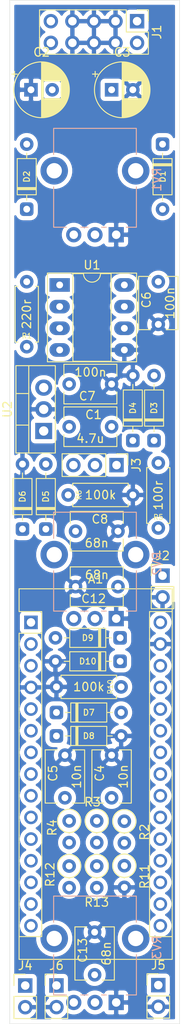
<source format=kicad_pcb>
(kicad_pcb (version 20171130) (host pcbnew "(5.1.9)-1")
  (layers (0 F.Cu signal) (31 B.Cu signal) (34 B.Paste user) (35 F.Paste user) (36 B.SilkS user hide) (37 F.SilkS user) (38 B.Mask user) (39 F.Mask user hide) (44 Edge.Cuts user))
  (net 0 "")
  (net 1 "Net-(A1-Pad16)")
  (net 2 "Net-(A1-Pad15)")
  (net 3 VIN)
  (net 4 "Net-(A1-Pad14)")
  (net 5 GND)
  (net 6 "Net-(A1-Pad13)")
  (net 7 "Net-(A1-Pad28)")
  (net 8 "Net-(A1-Pad12)")
  (net 9 +5V)
  (net 10 "Net-(A1-Pad11)")
  (net 11 "Net-(A1-Pad26)")
  (net 12 "Net-(A1-Pad10)")
  (net 13 "Net-(A1-Pad25)")
  (net 14 "Net-(A1-Pad9)")
  (net 15 "Net-(A1-Pad24)")
  (net 16 "Net-(A1-Pad8)")
  (net 17 "Net-(A1-Pad23)")
  (net 18 "Net-(A1-Pad7)")
  (net 19 "Net-(A1-Pad22)")
  (net 20 "Net-(A1-Pad6)")
  (net 21 "Net-(A1-Pad21)")
  (net 22 "Net-(A1-Pad5)")
  (net 23 "Net-(A1-Pad20)")
  (net 24 "Net-(A1-Pad19)")
  (net 25 "Net-(A1-Pad3)")
  (net 26 "Net-(A1-Pad18)")
  (net 27 "Net-(A1-Pad2)")
  (net 28 "Net-(A1-Pad17)")
  (net 29 "Net-(A1-Pad1)")
  (net 30 "Net-(C1-Pad2)")
  (net 31 "Net-(C1-Pad1)")
  (net 32 -12V)
  (net 33 +12V)
  (net 34 "Net-(C4-Pad1)")
  (net 35 "Net-(C5-Pad1)")
  (net 36 "Net-(D1-Pad1)")
  (net 37 "Net-(D2-Pad2)")
  (net 38 7805)
  (net 39 "Net-(J4-Pad1)")
  (net 40 "Net-(J5-Pad1)")
  (net 41 "Net-(J6-Pad1)")
  (net 42 "Net-(R1-Pad2)")
  (net 43 "Net-(U1-Pad6)")
  (module Resistor_THT:R_Axial_DIN0207_L6.3mm_D2.5mm_P2.54mm_Vertical (layer F.Cu) (at 13.5 101.46 270)
    (fp_text reference R11 (at 1.27 -2.37 90) (layer F.SilkS))
    (fp_text value 100k)
    (pad 2 thru_hole oval (at 2.54 0 270) (size 1.6 1.6) (drill 0.8) (layers *.Cu *.Mask) (net 5 GND))
    (pad 1 thru_hole circle (at 0 0 270) (size 1.6 1.6) (drill 0.8) (layers *.Cu *.Mask) (net 15 "Net-(A1-Pad24)"))
  )
  (module Resistor_THT:R_Axial_DIN0207_L6.3mm_D2.5mm_P2.54mm_Vertical (layer F.Cu) (at 7 96.21 270)
    (fp_text reference R4 (at 0.79 2 90) (layer F.SilkS))
    (fp_text value 510k)
    (pad 2 thru_hole oval (at 2.54 0 270) (size 1.6 1.6) (drill 0.8) (layers *.Cu *.Mask) (net 6 "Net-(A1-Pad13)"))
    (pad 1 thru_hole circle (at 0 0 270) (size 1.6 1.6) (drill 0.8) (layers *.Cu *.Mask) (net 35 "Net-(C5-Pad1)"))
  )
  (module Resistor_THT:R_Axial_DIN0207_L6.3mm_D2.5mm_P2.54mm_Vertical (layer F.Cu) (at 7 101.5 270)
    (fp_text reference R12 (at 1 2.25 90) (layer F.SilkS))
    (fp_text value 1k)
    (pad 2 thru_hole oval (at 2.54 0 270) (size 1.6 1.6) (drill 0.8) (layers *.Cu *.Mask) (net 40 "Net-(J5-Pad1)"))
    (pad 1 thru_hole circle (at 0 0 270) (size 1.6 1.6) (drill 0.8) (layers *.Cu *.Mask) (net 17 "Net-(A1-Pad23)"))
  )
  (module Resistor_THT:R_Axial_DIN0207_L6.3mm_D2.5mm_P2.54mm_Vertical (layer F.Cu) (at 10.25 96.21 270)
    (fp_text reference R3 (at -2.21 0.5 180) (layer F.SilkS))
    (fp_text value 3.9k)
    (pad 2 thru_hole oval (at 2.54 0 270) (size 1.6 1.6) (drill 0.8) (layers *.Cu *.Mask) (net 8 "Net-(A1-Pad12)"))
    (pad 1 thru_hole circle (at 0 0 270) (size 1.6 1.6) (drill 0.8) (layers *.Cu *.Mask) (net 35 "Net-(C5-Pad1)"))
  )
  (module Resistor_THT:R_Axial_DIN0207_L6.3mm_D2.5mm_P2.54mm_Vertical (layer F.Cu) (at 13.5 96.25 270)
    (fp_text reference R2 (at 1.27 -2.37 90) (layer F.SilkS))
    (fp_text value 3.9k)
    (pad 2 thru_hole oval (at 2.54 0 270) (size 1.6 1.6) (drill 0.8) (layers *.Cu *.Mask) (net 35 "Net-(C5-Pad1)"))
    (pad 1 thru_hole circle (at 0 0 270) (size 1.6 1.6) (drill 0.8) (layers *.Cu *.Mask) (net 34 "Net-(C4-Pad1)"))
  )
  (module Resistor_THT:R_Axial_DIN0207_L6.3mm_D2.5mm_P2.54mm_Vertical (layer F.Cu) (at 10.25 101.5 270)
    (fp_text reference R13 (at 4.25 0 180) (layer F.SilkS))
    (fp_text value 1k)
    (pad 2 thru_hole oval (at 2.54 0 270) (size 1.6 1.6) (drill 0.8) (layers *.Cu *.Mask) (net 41 "Net-(J6-Pad1)"))
    (pad 1 thru_hole circle (at 0 0 270) (size 1.6 1.6) (drill 0.8) (layers *.Cu *.Mask) (net 15 "Net-(A1-Pad24)"))
  )
  (module Connector_PinHeader_2.54mm:PinHeader_2x05_P2.54mm_Vertical (layer F.Cu) (at 15 2.46 270)
    (fp_text reference J1 (at 1.27 -2.33 90) (layer F.SilkS))
    (fp_text value Conn_02x05_Odd_Even)
    (pad 10 thru_hole oval (at 2.54 10.16 270) (size 1.7 1.7) (drill 1) (layers *.Cu *.Mask) (net 37 "Net-(D2-Pad2)"))
    (pad 9 thru_hole oval (at 0 10.16 270) (size 1.7 1.7) (drill 1) (layers *.Cu *.Mask) (net 37 "Net-(D2-Pad2)"))
    (pad 8 thru_hole oval (at 2.54 7.62 270) (size 1.7 1.7) (drill 1) (layers *.Cu *.Mask) (net 5 GND))
    (pad 7 thru_hole oval (at 0 7.62 270) (size 1.7 1.7) (drill 1) (layers *.Cu *.Mask) (net 5 GND))
    (pad 6 thru_hole oval (at 2.54 5.08 270) (size 1.7 1.7) (drill 1) (layers *.Cu *.Mask) (net 5 GND))
    (pad 5 thru_hole oval (at 0 5.08 270) (size 1.7 1.7) (drill 1) (layers *.Cu *.Mask) (net 5 GND))
    (pad 4 thru_hole oval (at 2.54 2.54 270) (size 1.7 1.7) (drill 1) (layers *.Cu *.Mask) (net 5 GND))
    (pad 3 thru_hole oval (at 0 2.54 270) (size 1.7 1.7) (drill 1) (layers *.Cu *.Mask) (net 5 GND))
    (pad 2 thru_hole oval (at 2.54 0 270) (size 1.7 1.7) (drill 1) (layers *.Cu *.Mask) (net 36 "Net-(D1-Pad1)"))
    (pad 1 thru_hole rect (at 0 0 270) (size 1.7 1.7) (drill 1) (layers *.Cu *.Mask) (net 36 "Net-(D1-Pad1)"))
  )
  (module Sonosus:Regulator_TO-220-3 (layer F.Cu) (at 4 50.5 90)
    (fp_text reference U2 (at 2.54 -4.27 90) (layer F.SilkS))
    (fp_text value L7805)
    (pad 3 thru_hole oval (at 5.08 0 90) (size 1.905 2) (drill 1.1) (layers *.Cu *.Mask) (net 9 +5V))
    (pad 2 thru_hole oval (at 2.54 0 90) (size 1.905 2) (drill 1.1) (layers *.Cu *.Mask) (net 5 GND))
    (pad 1 thru_hole rect (at 0 0 90) (size 1.905 2) (drill 1.1) (layers *.Cu *.Mask) (net 38 7805))
  )
  (module Sonosus:DIP-8_Socket (layer F.Cu) (at 5.88 33.38)
    (fp_text reference U1 (at 3.81 -2.33) (layer F.SilkS))
    (fp_text value TL072)
    (pad 8 thru_hole oval (at 7.62 0) (size 2.4 1.6) (drill 0.8) (layers *.Cu *.Mask) (net 33 +12V))
    (pad 4 thru_hole oval (at 0 7.62) (size 2.4 1.6) (drill 0.8) (layers *.Cu *.Mask) (net 32 -12V))
    (pad 7 thru_hole oval (at 7.62 2.54) (size 2.4 1.6) (drill 0.8) (layers *.Cu *.Mask) (net 43 "Net-(U1-Pad6)"))
    (pad 3 thru_hole oval (at 0 5.08) (size 2.4 1.6) (drill 0.8) (layers *.Cu *.Mask) (net 34 "Net-(C4-Pad1)"))
    (pad 6 thru_hole oval (at 7.62 5.08) (size 2.4 1.6) (drill 0.8) (layers *.Cu *.Mask) (net 43 "Net-(U1-Pad6)"))
    (pad 2 thru_hole oval (at 0 2.54) (size 2.4 1.6) (drill 0.8) (layers *.Cu *.Mask) (net 42 "Net-(R1-Pad2)"))
    (pad 5 thru_hole oval (at 7.62 7.62) (size 2.4 1.6) (drill 0.8) (layers *.Cu *.Mask) (net 5 GND))
    (pad 1 thru_hole rect (at 0 0) (size 2.4 1.6) (drill 0.8) (layers *.Cu *.Mask) (net 42 "Net-(R1-Pad2)"))
  )
  (module Sonosus:Potentiometer_Alpha_RD901F-40-00D_centred (layer B.Cu) (at 10 110 90)
    (fp_text reference RV3 (at -1.043 7.34 -90) (layer B.SilkS) (effects (justify mirror)))
    (fp_text value R_POT)
    (pad "" thru_hole circle (at 0.007 4.84) (size 3.24 3.24) (drill 1.8) (layers *.Cu *.Mask))
    (pad "" thru_hole circle (at 0.007 -4.76) (size 3.24 3.24) (drill 1.8) (layers *.Cu *.Mask))
    (pad 3 thru_hole circle (at -7.493 -2.46) (size 1.8 1.8) (drill 1) (layers *.Cu *.Mask) (net 9 +5V))
    (pad 2 thru_hole circle (at -7.493 0.04) (size 1.8 1.8) (drill 1) (layers *.Cu *.Mask) (net 19 "Net-(A1-Pad22)"))
    (pad 1 thru_hole rect (at -7.493 2.54) (size 1.8 1.8) (drill 1) (layers *.Cu *.Mask) (net 5 GND))
  )
  (module Sonosus:Potentiometer_Alpha_RD901F-40-00D_centred (layer B.Cu) (at 10 65 90)
    (fp_text reference RV2 (at -1.043 7.34 -90) (layer B.SilkS) (effects (justify mirror)))
    (fp_text value R_POT)
    (pad "" thru_hole circle (at 0.007 4.84) (size 3.24 3.24) (drill 1.8) (layers *.Cu *.Mask))
    (pad "" thru_hole circle (at 0.007 -4.76) (size 3.24 3.24) (drill 1.8) (layers *.Cu *.Mask))
    (pad 3 thru_hole circle (at -7.493 -2.46) (size 1.8 1.8) (drill 1) (layers *.Cu *.Mask) (net 9 +5V))
    (pad 2 thru_hole circle (at -7.493 0.04) (size 1.8 1.8) (drill 1) (layers *.Cu *.Mask) (net 23 "Net-(A1-Pad20)"))
    (pad 1 thru_hole rect (at -7.493 2.54) (size 1.8 1.8) (drill 1) (layers *.Cu *.Mask) (net 5 GND))
  )
  (module Sonosus:Potentiometer_Alpha_RD901F-40-00D_centred (layer B.Cu) (at 10 20 90)
    (fp_text reference RV1 (at -1.043 7.34 -90) (layer B.SilkS) (effects (justify mirror)))
    (fp_text value R_POT)
    (pad "" thru_hole circle (at 0.007 4.84) (size 3.24 3.24) (drill 1.8) (layers *.Cu *.Mask))
    (pad "" thru_hole circle (at 0.007 -4.76) (size 3.24 3.24) (drill 1.8) (layers *.Cu *.Mask))
    (pad 3 thru_hole circle (at -7.493 -2.46) (size 1.8 1.8) (drill 1) (layers *.Cu *.Mask) (net 9 +5V))
    (pad 2 thru_hole circle (at -7.493 0.04) (size 1.8 1.8) (drill 1) (layers *.Cu *.Mask) (net 24 "Net-(A1-Pad19)"))
    (pad 1 thru_hole rect (at -7.493 2.54) (size 1.8 1.8) (drill 1) (layers *.Cu *.Mask) (net 5 GND))
  )
  (module Sonosus:Resistor (layer F.Cu) (at 13.12 80.5 180)
    (fp_text reference R10 (at 1.27 0 90) (layer F.SilkS) (effects (font (size 0.6 0.6) (thickness 0.1))))
    (fp_text value 100k)
    (fp_text user %V (at 3.81 0) (layer F.SilkS))
    (pad 2 thru_hole oval (at 7.62 0 180) (size 1.6 1.6) (drill 0.8) (layers *.Cu *.Mask) (net 5 GND))
    (pad 1 thru_hole circle (at 0 0 180) (size 1.6 1.6) (drill 0.8) (layers *.Cu *.Mask) (net 17 "Net-(A1-Pad23)"))
  )
  (module Sonosus:Resistor (layer F.Cu) (at 6.88 58)
    (fp_text reference R6 (at 1.27 0 90) (layer F.SilkS) (effects (font (size 0.6 0.6) (thickness 0.1))))
    (fp_text value 100k)
    (fp_text user %V (at 3.81 0) (layer F.SilkS))
    (pad 2 thru_hole oval (at 7.62 0) (size 1.6 1.6) (drill 0.8) (layers *.Cu *.Mask) (net 5 GND))
    (pad 1 thru_hole circle (at 0 0) (size 1.6 1.6) (drill 0.8) (layers *.Cu *.Mask) (net 39 "Net-(J4-Pad1)"))
  )
  (module Sonosus:Resistor (layer F.Cu) (at 17.5 61.87 90)
    (fp_text reference R5 (at 1.27 0) (layer F.SilkS) (effects (font (size 0.6 0.6) (thickness 0.1))))
    (fp_text value 100r)
    (fp_text user %V (at 3.81 0 90) (layer F.SilkS))
    (pad 2 thru_hole oval (at 7.62 0 90) (size 1.6 1.6) (drill 0.8) (layers *.Cu *.Mask) (net 39 "Net-(J4-Pad1)"))
    (pad 1 thru_hole circle (at 0 0 90) (size 1.6 1.6) (drill 0.8) (layers *.Cu *.Mask) (net 11 "Net-(A1-Pad26)"))
  )
  (module Sonosus:Resistor (layer F.Cu) (at 2 40.62 90)
    (fp_text reference R1 (at 1.27 0) (layer F.SilkS) (effects (font (size 0.6 0.6) (thickness 0.1))))
    (fp_text value 220r)
    (fp_text user %V (at 3.81 0 90) (layer F.SilkS))
    (pad 2 thru_hole oval (at 7.62 0 90) (size 1.6 1.6) (drill 0.8) (layers *.Cu *.Mask) (net 42 "Net-(R1-Pad2)"))
    (pad 1 thru_hole circle (at 0 0 90) (size 1.6 1.6) (drill 0.8) (layers *.Cu *.Mask) (net 31 "Net-(C1-Pad1)"))
  )
  (module Connector_PinHeader_2.54mm:PinHeader_1x02_P2.54mm_Vertical (layer F.Cu) (at 5.5 115.5)
    (fp_text reference J6 (at 0 -2.33) (layer F.SilkS))
    (fp_text value in1)
    (pad 2 thru_hole oval (at 0 2.54) (size 1.7 1.7) (drill 1) (layers *.Cu *.Mask) (net 5 GND))
    (pad 1 thru_hole rect (at 0 0) (size 1.7 1.7) (drill 1) (layers *.Cu *.Mask) (net 41 "Net-(J6-Pad1)"))
  )
  (module Connector_PinHeader_2.54mm:PinHeader_1x02_P2.54mm_Vertical (layer F.Cu) (at 17.5 115.46)
    (fp_text reference J5 (at 0 -2.33) (layer F.SilkS))
    (fp_text value in1)
    (pad 2 thru_hole oval (at 0 2.54) (size 1.7 1.7) (drill 1) (layers *.Cu *.Mask) (net 5 GND))
    (pad 1 thru_hole rect (at 0 0) (size 1.7 1.7) (drill 1) (layers *.Cu *.Mask) (net 40 "Net-(J5-Pad1)"))
  )
  (module Connector_PinHeader_2.54mm:PinHeader_1x02_P2.54mm_Vertical (layer F.Cu) (at 1.825 115.51)
    (fp_text reference J4 (at 0 -2.33) (layer F.SilkS))
    (fp_text value 1v/oct)
    (pad 2 thru_hole oval (at 0 2.54) (size 1.7 1.7) (drill 1) (layers *.Cu *.Mask) (net 5 GND))
    (pad 1 thru_hole rect (at 0 0) (size 1.7 1.7) (drill 1) (layers *.Cu *.Mask) (net 39 "Net-(J4-Pad1)"))
  )
  (module Connector_PinHeader_2.54mm:PinHeader_1x03_P2.54mm_Vertical (layer F.Cu) (at 12.58 54.5 270)
    (fp_text reference J3 (at 0 -2.33 90) (layer F.SilkS))
    (fp_text value Conn_01x03)
    (pad 3 thru_hole oval (at 0 5.08 270) (size 1.7 1.7) (drill 1) (layers *.Cu *.Mask) (net 38 7805))
    (pad 2 thru_hole oval (at 0 2.54 270) (size 1.7 1.7) (drill 1) (layers *.Cu *.Mask) (net 33 +12V))
    (pad 1 thru_hole rect (at 0 0 270) (size 1.7 1.7) (drill 1) (layers *.Cu *.Mask) (net 3 VIN))
  )
  (module Connector_PinHeader_2.54mm:PinHeader_1x02_P2.54mm_Vertical (layer F.Cu) (at 18 67.46)
    (fp_text reference J2 (at 0 -2.33) (layer F.SilkS))
    (fp_text value out)
    (pad 2 thru_hole oval (at 0 2.54) (size 1.7 1.7) (drill 1) (layers *.Cu *.Mask) (net 5 GND))
    (pad 1 thru_hole rect (at 0 0) (size 1.7 1.7) (drill 1) (layers *.Cu *.Mask) (net 30 "Net-(C1-Pad2)"))
  )
  (module Sonosus:Diode_DO-35 (layer F.Cu) (at 13 77.5 180)
    (fp_text reference D10 (at 3.81 0) (layer F.SilkS) (effects (font (size 0.7 0.7) (thickness 0.13))))
    (fp_text value 1N5817)
    (pad 2 thru_hole oval (at 7.62 0 180) (size 1.6 1.6) (drill 0.8) (layers *.Cu *.Mask) (net 5 GND))
    (pad 1 thru_hole roundrect (at 0 0 180) (size 1.6 1.6) (drill 0.8) (layers *.Cu *.Mask) (net 15 "Net-(A1-Pad24)"))
  )
  (module Sonosus:Diode_DO-35 (layer F.Cu) (at 13 74.75 180)
    (fp_text reference D9 (at 3.81 0) (layer F.SilkS) (effects (font (size 0.7 0.7) (thickness 0.13))))
    (fp_text value 1N5817)
    (pad 2 thru_hole oval (at 7.62 0 180) (size 1.6 1.6) (drill 0.8) (layers *.Cu *.Mask) (net 15 "Net-(A1-Pad24)"))
    (pad 1 thru_hole roundrect (at 0 0 180) (size 1.6 1.6) (drill 0.8) (layers *.Cu *.Mask) (net 9 +5V))
  )
  (module Sonosus:Diode_DO-35 (layer F.Cu) (at 5.5 86.25)
    (fp_text reference D8 (at 3.81 0) (layer F.SilkS) (effects (font (size 0.7 0.7) (thickness 0.13))))
    (fp_text value 1N5817)
    (pad 2 thru_hole oval (at 7.62 0) (size 1.6 1.6) (drill 0.8) (layers *.Cu *.Mask) (net 5 GND))
    (pad 1 thru_hole roundrect (at 0 0) (size 1.6 1.6) (drill 0.8) (layers *.Cu *.Mask) (net 17 "Net-(A1-Pad23)"))
  )
  (module Sonosus:Diode_DO-35 (layer F.Cu) (at 5.5 83.5)
    (fp_text reference D7 (at 3.81 0) (layer F.SilkS) (effects (font (size 0.7 0.7) (thickness 0.13))))
    (fp_text value 1N5817)
    (pad 2 thru_hole oval (at 7.62 0) (size 1.6 1.6) (drill 0.8) (layers *.Cu *.Mask) (net 17 "Net-(A1-Pad23)"))
    (pad 1 thru_hole roundrect (at 0 0) (size 1.6 1.6) (drill 0.8) (layers *.Cu *.Mask) (net 9 +5V))
  )
  (module Sonosus:Diode_DO-35 (layer F.Cu) (at 1.5 62 90)
    (fp_text reference D6 (at 3.81 0 90) (layer F.SilkS) (effects (font (size 0.7 0.7) (thickness 0.13))))
    (fp_text value 1N5817)
    (pad 2 thru_hole oval (at 7.62 0 90) (size 1.6 1.6) (drill 0.8) (layers *.Cu *.Mask) (net 5 GND))
    (pad 1 thru_hole roundrect (at 0 0 90) (size 1.6 1.6) (drill 0.8) (layers *.Cu *.Mask) (net 11 "Net-(A1-Pad26)"))
  )
  (module Sonosus:Diode_DO-35 (layer F.Cu) (at 4.25 62 90)
    (fp_text reference D5 (at 3.81 0 90) (layer F.SilkS) (effects (font (size 0.7 0.7) (thickness 0.13))))
    (fp_text value 1N5817)
    (pad 2 thru_hole oval (at 7.62 0 90) (size 1.6 1.6) (drill 0.8) (layers *.Cu *.Mask) (net 11 "Net-(A1-Pad26)"))
    (pad 1 thru_hole roundrect (at 0 0 90) (size 1.6 1.6) (drill 0.8) (layers *.Cu *.Mask) (net 9 +5V))
  )
  (module Sonosus:Diode_DO-35 (layer F.Cu) (at 14.5 51.62 90)
    (fp_text reference D4 (at 3.81 0 90) (layer F.SilkS) (effects (font (size 0.7 0.7) (thickness 0.13))))
    (fp_text value 1N5817)
    (pad 2 thru_hole oval (at 7.62 0 90) (size 1.6 1.6) (drill 0.8) (layers *.Cu *.Mask) (net 5 GND))
    (pad 1 thru_hole roundrect (at 0 0 90) (size 1.6 1.6) (drill 0.8) (layers *.Cu *.Mask) (net 31 "Net-(C1-Pad1)"))
  )
  (module Sonosus:Diode_DO-35 (layer F.Cu) (at 17 51.62 90)
    (fp_text reference D3 (at 3.81 0 90) (layer F.SilkS) (effects (font (size 0.7 0.7) (thickness 0.13))))
    (fp_text value 1N5817)
    (pad 2 thru_hole oval (at 7.62 0 90) (size 1.6 1.6) (drill 0.8) (layers *.Cu *.Mask) (net 31 "Net-(C1-Pad1)"))
    (pad 1 thru_hole roundrect (at 0 0 90) (size 1.6 1.6) (drill 0.8) (layers *.Cu *.Mask) (net 9 +5V))
  )
  (module Sonosus:Diode_DO-35 (layer F.Cu) (at 2 24.495 90)
    (fp_text reference D2 (at 3.81 0 90) (layer F.SilkS) (effects (font (size 0.7 0.7) (thickness 0.13))))
    (fp_text value 1N5817)
    (pad 2 thru_hole oval (at 7.62 0 90) (size 1.6 1.6) (drill 0.8) (layers *.Cu *.Mask) (net 37 "Net-(D2-Pad2)"))
    (pad 1 thru_hole roundrect (at 0 0 90) (size 1.6 1.6) (drill 0.8) (layers *.Cu *.Mask) (net 33 +12V))
  )
  (module Sonosus:Diode_DO-35 (layer F.Cu) (at 18 16.88 270)
    (fp_text reference D1 (at 3.81 0 90) (layer F.SilkS) (effects (font (size 0.7 0.7) (thickness 0.13))))
    (fp_text value 1N5817)
    (pad 2 thru_hole oval (at 7.62 0 270) (size 1.6 1.6) (drill 0.8) (layers *.Cu *.Mask) (net 32 -12V))
    (pad 1 thru_hole roundrect (at 0 0 270) (size 1.6 1.6) (drill 0.8) (layers *.Cu *.Mask) (net 36 "Net-(D1-Pad1)"))
  )
  (module Sonosus:Capacitor_NonPolarized (layer F.Cu) (at 10 114.25 90)
    (fp_text reference C13 (at 2.8702 -1.4097 90) (layer F.SilkS))
    (fp_text value 68n (at 2.49174 1.38684 90) (layer F.SilkS))
    (pad 2 thru_hole circle (at 5 0 90) (size 1.6 1.6) (drill 0.8) (layers *.Cu *.Mask) (net 5 GND))
    (pad 1 thru_hole circle (at 0 0 90) (size 1.6 1.6) (drill 0.8) (layers *.Cu *.Mask) (net 15 "Net-(A1-Pad24)"))
  )
  (module Sonosus:Capacitor_NonPolarized (layer F.Cu) (at 12.75 68.75 180)
    (fp_text reference C12 (at 2.8702 -1.4097) (layer F.SilkS))
    (fp_text value 68n (at 2.49174 1.38684) (layer F.SilkS))
    (pad 2 thru_hole circle (at 5 0 180) (size 1.6 1.6) (drill 0.8) (layers *.Cu *.Mask) (net 5 GND))
    (pad 1 thru_hole circle (at 0 0 180) (size 1.6 1.6) (drill 0.8) (layers *.Cu *.Mask) (net 17 "Net-(A1-Pad23)"))
  )
  (module Sonosus:Capacitor_NonPolarized (layer F.Cu) (at 7.75 62.25)
    (fp_text reference C8 (at 2.8702 -1.4097) (layer F.SilkS))
    (fp_text value 68n (at 2.49174 1.38684) (layer F.SilkS))
    (pad 2 thru_hole circle (at 5 0) (size 1.6 1.6) (drill 0.8) (layers *.Cu *.Mask) (net 5 GND))
    (pad 1 thru_hole circle (at 0 0) (size 1.6 1.6) (drill 0.8) (layers *.Cu *.Mask) (net 11 "Net-(A1-Pad26)"))
  )
  (module Sonosus:Capacitor_NonPolarized (layer F.Cu) (at 12 45 180)
    (fp_text reference C7 (at 2.8702 -1.4097) (layer F.SilkS))
    (fp_text value 100n (at 2.49174 1.38684) (layer F.SilkS))
    (pad 2 thru_hole circle (at 5 0 180) (size 1.6 1.6) (drill 0.8) (layers *.Cu *.Mask) (net 32 -12V))
    (pad 1 thru_hole circle (at 0 0 180) (size 1.6 1.6) (drill 0.8) (layers *.Cu *.Mask) (net 5 GND))
  )
  (module Sonosus:Capacitor_NonPolarized (layer F.Cu) (at 17.5 38 90)
    (fp_text reference C6 (at 2.8702 -1.4097 90) (layer F.SilkS))
    (fp_text value 100n (at 2.49174 1.38684 90) (layer F.SilkS))
    (pad 2 thru_hole circle (at 5 0 90) (size 1.6 1.6) (drill 0.8) (layers *.Cu *.Mask) (net 33 +12V))
    (pad 1 thru_hole circle (at 0 0 90) (size 1.6 1.6) (drill 0.8) (layers *.Cu *.Mask) (net 5 GND))
  )
  (module Sonosus:Capacitor_NonPolarized (layer F.Cu) (at 6.5 93.5 90)
    (fp_text reference C5 (at 2.8702 -1.4097 90) (layer F.SilkS))
    (fp_text value 10n (at 2.49174 1.38684 90) (layer F.SilkS))
    (pad 2 thru_hole circle (at 5 0 90) (size 1.6 1.6) (drill 0.8) (layers *.Cu *.Mask) (net 5 GND))
    (pad 1 thru_hole circle (at 0 0 90) (size 1.6 1.6) (drill 0.8) (layers *.Cu *.Mask) (net 35 "Net-(C5-Pad1)"))
  )
  (module Sonosus:Capacitor_NonPolarized (layer F.Cu) (at 12 93.5 90)
    (fp_text reference C4 (at 2.8702 -1.4097 90) (layer F.SilkS))
    (fp_text value 10n (at 2.49174 1.38684 90) (layer F.SilkS))
    (pad 2 thru_hole circle (at 5 0 90) (size 1.6 1.6) (drill 0.8) (layers *.Cu *.Mask) (net 5 GND))
    (pad 1 thru_hole circle (at 0 0 90) (size 1.6 1.6) (drill 0.8) (layers *.Cu *.Mask) (net 34 "Net-(C4-Pad1)"))
  )
  (module Sonosus:Capacitor_Polarized (layer F.Cu) (at 12 10.5)
    (fp_text reference C3 (at 1.25 -4.4) (layer F.SilkS))
    (fp_text value 10uF)
    (pad 2 thru_hole circle (at 2.5 0) (size 1.6 1.6) (drill 0.8) (layers *.Cu *.Mask) (net 5 GND))
    (pad 1 thru_hole rect (at 0 0) (size 1.6 1.6) (drill 0.8) (layers *.Cu *.Mask) (net 33 +12V))
  )
  (module Sonosus:Capacitor_Polarized (layer F.Cu) (at 2.5 10.5)
    (fp_text reference C2 (at 1.25 -4.4) (layer F.SilkS))
    (fp_text value 10uF)
    (pad 2 thru_hole circle (at 2.5 0) (size 1.6 1.6) (drill 0.8) (layers *.Cu *.Mask) (net 32 -12V))
    (pad 1 thru_hole rect (at 0 0) (size 1.6 1.6) (drill 0.8) (layers *.Cu *.Mask) (net 5 GND))
  )
  (module Sonosus:Capacitor_NonPolarized (layer F.Cu) (at 7 50)
    (fp_text reference C1 (at 2.8702 -1.4097) (layer F.SilkS))
    (fp_text value 4.7u (at 2.49174 1.38684) (layer F.SilkS))
    (pad 2 thru_hole circle (at 5 0) (size 1.6 1.6) (drill 0.8) (layers *.Cu *.Mask) (net 30 "Net-(C1-Pad2)"))
    (pad 1 thru_hole circle (at 0 0) (size 1.6 1.6) (drill 0.8) (layers *.Cu *.Mask) (net 31 "Net-(C1-Pad1)"))
  )
  (module Module:Arduino_Nano (layer F.Cu) (at 2.5 72.94)
    (fp_text reference A1 (at 7.62 -5.08) (layer F.SilkS))
    (fp_text value Arduino_Nano_v3.x)
    (pad 16 thru_hole oval (at 15.24 35.56) (size 1.6 1.6) (drill 1) (layers *.Cu *.Mask) (net 1 "Net-(A1-Pad16)"))
    (pad 15 thru_hole oval (at 0 35.56) (size 1.6 1.6) (drill 1) (layers *.Cu *.Mask) (net 2 "Net-(A1-Pad15)"))
    (pad 30 thru_hole oval (at 15.24 0) (size 1.6 1.6) (drill 1) (layers *.Cu *.Mask) (net 3 VIN))
    (pad 14 thru_hole oval (at 0 33.02) (size 1.6 1.6) (drill 1) (layers *.Cu *.Mask) (net 4 "Net-(A1-Pad14)"))
    (pad 29 thru_hole oval (at 15.24 2.54) (size 1.6 1.6) (drill 1) (layers *.Cu *.Mask) (net 5 GND))
    (pad 13 thru_hole oval (at 0 30.48) (size 1.6 1.6) (drill 1) (layers *.Cu *.Mask) (net 6 "Net-(A1-Pad13)"))
    (pad 28 thru_hole oval (at 15.24 5.08) (size 1.6 1.6) (drill 1) (layers *.Cu *.Mask) (net 7 "Net-(A1-Pad28)"))
    (pad 12 thru_hole oval (at 0 27.94) (size 1.6 1.6) (drill 1) (layers *.Cu *.Mask) (net 8 "Net-(A1-Pad12)"))
    (pad 27 thru_hole oval (at 15.24 7.62) (size 1.6 1.6) (drill 1) (layers *.Cu *.Mask) (net 9 +5V))
    (pad 11 thru_hole oval (at 0 25.4) (size 1.6 1.6) (drill 1) (layers *.Cu *.Mask) (net 10 "Net-(A1-Pad11)"))
    (pad 26 thru_hole oval (at 15.24 10.16) (size 1.6 1.6) (drill 1) (layers *.Cu *.Mask) (net 11 "Net-(A1-Pad26)"))
    (pad 10 thru_hole oval (at 0 22.86) (size 1.6 1.6) (drill 1) (layers *.Cu *.Mask) (net 12 "Net-(A1-Pad10)"))
    (pad 25 thru_hole oval (at 15.24 12.7) (size 1.6 1.6) (drill 1) (layers *.Cu *.Mask) (net 13 "Net-(A1-Pad25)"))
    (pad 9 thru_hole oval (at 0 20.32) (size 1.6 1.6) (drill 1) (layers *.Cu *.Mask) (net 14 "Net-(A1-Pad9)"))
    (pad 24 thru_hole oval (at 15.24 15.24) (size 1.6 1.6) (drill 1) (layers *.Cu *.Mask) (net 15 "Net-(A1-Pad24)"))
    (pad 8 thru_hole oval (at 0 17.78) (size 1.6 1.6) (drill 1) (layers *.Cu *.Mask) (net 16 "Net-(A1-Pad8)"))
    (pad 23 thru_hole oval (at 15.24 17.78) (size 1.6 1.6) (drill 1) (layers *.Cu *.Mask) (net 17 "Net-(A1-Pad23)"))
    (pad 7 thru_hole oval (at 0 15.24) (size 1.6 1.6) (drill 1) (layers *.Cu *.Mask) (net 18 "Net-(A1-Pad7)"))
    (pad 22 thru_hole oval (at 15.24 20.32) (size 1.6 1.6) (drill 1) (layers *.Cu *.Mask) (net 19 "Net-(A1-Pad22)"))
    (pad 6 thru_hole oval (at 0 12.7) (size 1.6 1.6) (drill 1) (layers *.Cu *.Mask) (net 20 "Net-(A1-Pad6)"))
    (pad 21 thru_hole oval (at 15.24 22.86) (size 1.6 1.6) (drill 1) (layers *.Cu *.Mask) (net 21 "Net-(A1-Pad21)"))
    (pad 5 thru_hole oval (at 0 10.16) (size 1.6 1.6) (drill 1) (layers *.Cu *.Mask) (net 22 "Net-(A1-Pad5)"))
    (pad 20 thru_hole oval (at 15.24 25.4) (size 1.6 1.6) (drill 1) (layers *.Cu *.Mask) (net 23 "Net-(A1-Pad20)"))
    (pad 4 thru_hole oval (at 0 7.62) (size 1.6 1.6) (drill 1) (layers *.Cu *.Mask) (net 5 GND))
    (pad 19 thru_hole oval (at 15.24 27.94) (size 1.6 1.6) (drill 1) (layers *.Cu *.Mask) (net 24 "Net-(A1-Pad19)"))
    (pad 3 thru_hole oval (at 0 5.08) (size 1.6 1.6) (drill 1) (layers *.Cu *.Mask) (net 25 "Net-(A1-Pad3)"))
    (pad 18 thru_hole oval (at 15.24 30.48) (size 1.6 1.6) (drill 1) (layers *.Cu *.Mask) (net 26 "Net-(A1-Pad18)"))
    (pad 2 thru_hole oval (at 0 2.54) (size 1.6 1.6) (drill 1) (layers *.Cu *.Mask) (net 27 "Net-(A1-Pad2)"))
    (pad 17 thru_hole oval (at 15.24 33.02) (size 1.6 1.6) (drill 1) (layers *.Cu *.Mask) (net 28 "Net-(A1-Pad17)"))
    (pad 1 thru_hole rect (at 0 0) (size 1.6 1.6) (drill 1) (layers *.Cu *.Mask) (net 29 "Net-(A1-Pad1)"))
  )
  (gr_line (start 0 120) (end 0 0) (layer Edge.Cuts) (width 0.05))
  (gr_line (start 20 120) (end 0 120) (layer Edge.Cuts) (width 0.05))
  (gr_line (start 20 0) (end 20 120) (layer Edge.Cuts) (width 0.05))
  (gr_line (start 0 0) (end 20 0) (layer Edge.Cuts) (width 0.05))
  (zone (net 5) (net_name GND) (layer F.Cu) (connect_pads (clearance 0.508)) (min_thickness 0.254) (fill yes (arc_segments 32) (thermal_gap 0.508) (thermal_bridge_width 0.508))
    (polygon (pts (xy 20 120) (xy 0 120) (xy 0 0) (xy 20 0)))
  )
  (zone (net 5) (net_name GND) (layer B.Cu) (connect_pads (clearance 0.508)) (min_thickness 0.254) (fill yes (arc_segments 32) (thermal_gap 0.508) (thermal_bridge_width 0.508))
    (polygon (pts (xy 20 120) (xy 0 120) (xy 0 0) (xy 20 0)))
  )
)
</source>
